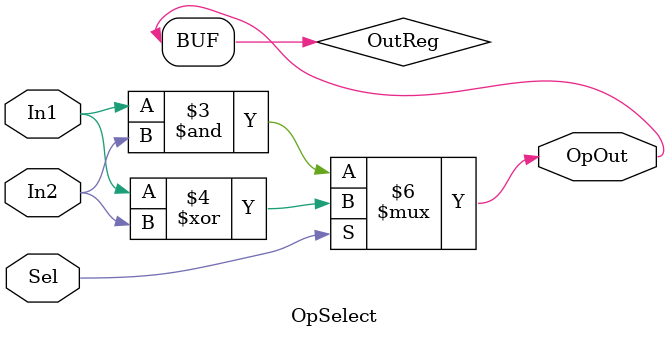
<source format=v>
/**	@task   : N bit Counter with Asycn. Reset
 *	@params : You can specify number of bit of counter @default -> Nbit = 3 
 *	@date   : 22.03.2017	
 */
module CounterNbit(Clk,nAReset,Count);
parameter Nbit = 3;

input Clk;
input nAReset;
output [Nbit-1:0] Count;

reg [Nbit-1:0] Counter;

always @(posedge Clk or negedge nAReset)
	if(nAReset == 1'b0)
		Counter <= 0;	
	else
		Counter <= Counter + 1'b1;

assign Count = Counter;
	
endmodule


module OpSelect(In1,In2,Sel,OpOut);

input In1,In2;
input Sel;
output OpOut;

reg OutReg;

always @(Sel or In1 or In2)
	if(Sel == 1'b0)
		OutReg <= In1 & In2;
	else
		OutReg <= In1 ^ In2;

assign OpOut = OutReg;		 	

endmodule

</source>
